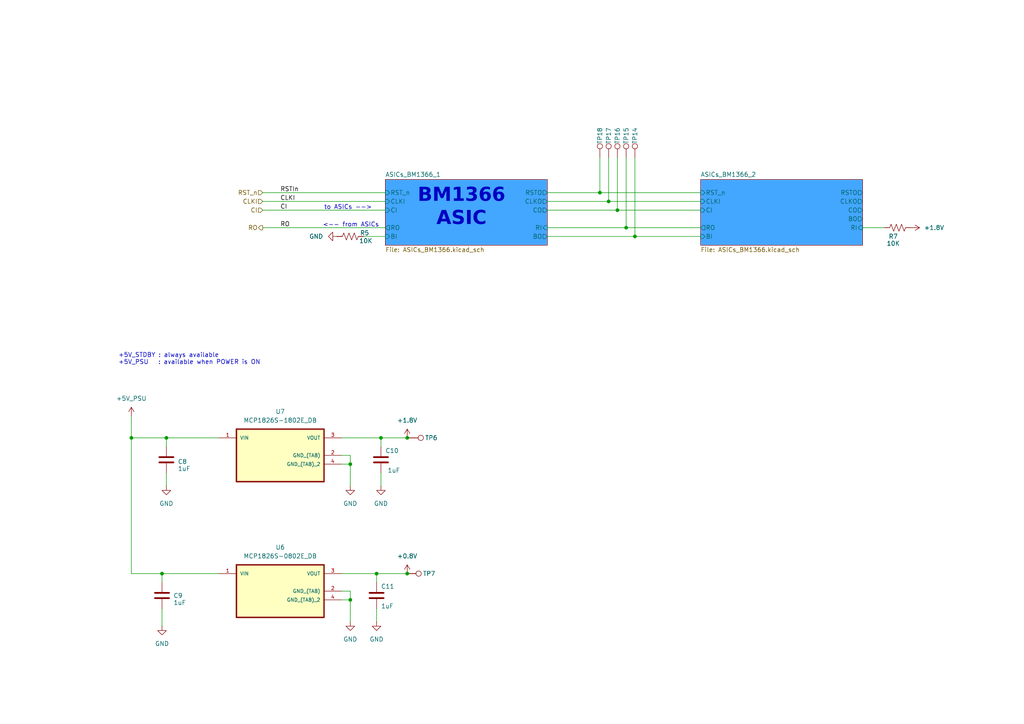
<source format=kicad_sch>
(kicad_sch (version 20231120) (generator "eeschema") (generator_version "8.0")
  (paper "A4")
  (lib_symbols
    (symbol "Connector:TestPoint" (pin_numbers hide) (pin_names (offset 0.762) hide)
      (property "Reference" "TP" (at 0 6.858 0))
      (property "Value" "TestPoint" (at 0 5.08 0))
      (symbol "TestPoint_0_1"
        (circle (center 0 3.302) (radius 0.762))
      )
      (symbol "TestPoint_1_1"
        (pin passive line (at 0 0 90) (length 2.54) (name "1") (number "1"))
      )
    )
    (symbol "Device:C" (pin_numbers hide) (pin_names (offset 0.254))
      (property "Reference" "C" (at 0.635 2.54 0))
      (property "Value" "C" (at 0.635 -2.54 0))
      (symbol "C_0_1"
        (polyline (pts (xy -2.032 -0.762) (xy 2.032 -0.762)) (stroke (width 0.508)))
        (polyline (pts (xy -2.032 0.762) (xy 2.032 0.762)) (stroke (width 0.508)))
      )
      (symbol "C_1_1"
        (pin passive line (at 0 3.81 270) (length 2.794) (name "~") (number "1"))
        (pin passive line (at 0 -3.81 90) (length 2.794) (name "~") (number "2"))
      )
    )
    (symbol "Device:R_US" (pin_numbers hide) (pin_names (offset 0))
      (property "Reference" "R" (at 2.54 0 90))
      (property "Value" "R_US" (at -2.54 0 90))
      (symbol "R_US_0_1"
        (polyline (pts (xy 0 -2.286) (xy 0 -2.54)))
        (polyline (pts (xy 0 2.286) (xy 0 2.54)))
        (polyline (pts (xy 0 -0.762) (xy 1.016 -1.143) (xy 0 -1.524) (xy -1.016 -1.905) (xy 0 -2.286)))
        (polyline (pts (xy 0 0.762) (xy 1.016 0.381) (xy 0 0) (xy -1.016 -0.381) (xy 0 -0.762)))
        (polyline (pts (xy 0 2.286) (xy 1.016 1.905) (xy 0 1.524) (xy -1.016 1.143) (xy 0 0.762)))
      )
      (symbol "R_US_1_1"
        (pin passive line (at 0 3.81 270) (length 1.27) (name "~") (number "1"))
        (pin passive line (at 0 -3.81 90) (length 1.27) (name "~") (number "2"))
      )
    )
    (symbol "EKO_Miner_ASIClib:MCP1826S-0802E_DB" (pin_names (offset 1.016))
      (property "Reference" "U" (at -12.7 10.668 0))
      (property "Value" "MCP1826S-0802E_DB" (at -12.7 8.636 0))
      (property "P/N MOUSER" "579-MCP1826S-0802EDB" (at 0 0 0))
      (symbol "MCP1826S-0802E_DB_0_0"
        (rectangle (start -12.7 -7.62) (end 12.7 7.62) (stroke (width 0.41)) (fill (type background)))
        (pin input line (at -17.78 5.08 0) (length 5.08) (name "VIN") (number "1"))
        (pin power_in line (at 17.78 0 180) (length 5.08) (name "GND_(TAB)") (number "2"))
        (pin output line (at 17.78 5.08 180) (length 5.08) (name "VOUT") (number "3"))
        (pin power_in line (at 17.78 -2.54 180) (length 5.08) (name "GND_(TAB)_2") (number "4"))
      )
    )
    (symbol "EKO_Miner_ASIClib:MCP1826S-1802E_DB" (pin_names (offset 1.016))
      (property "Reference" "U" (at -12.7 10.668 0))
      (property "Value" "MCP1826S-1802E_DB" (at -12.7 8.636 0))
      (property "P/N MOUSER" "579-MCP1826S-1802EDB" (at 0 0 0))
      (symbol "MCP1826S-1802E_DB_0_0"
        (rectangle (start -12.7 -7.62) (end 12.7 7.62) (stroke (width 0.41)) (fill (type background)))
        (pin input line (at -17.78 5.08 0) (length 5.08) (name "VIN") (number "1"))
        (pin power_in line (at 17.78 0 180) (length 5.08) (name "GND_(TAB)") (number "2"))
        (pin output line (at 17.78 5.08 180) (length 5.08) (name "VOUT") (number "3"))
        (pin power_in line (at 17.78 -2.54 180) (length 5.08) (name "GND_(TAB)_2") (number "4"))
      )
    )
    (symbol "power:+3.3V" (power) (pin_names (offset 0))
      (property "Value" "+3.3V" (at 0 3.556 0))
      (symbol "+3.3V_0_1"
        (polyline (pts (xy -0.762 1.27) (xy 0 2.54)))
        (polyline (pts (xy 0 0) (xy 0 2.54)))
        (polyline (pts (xy 0 2.54) (xy 0.762 1.27)))
      )
      (symbol "+3.3V_1_1"
        (pin power_in line (at 0 0 90) (length 0) hide (name "+3.3V") (number "1"))
      )
    )
    (symbol "power:GND" (power) (pin_numbers hide) (pin_names (offset 0) hide)
      (property "Value" "GND" (at 0 -3.81 0))
      (symbol "GND_0_1"
        (polyline (pts (xy 0 0) (xy 0 -1.27) (xy 1.27 -1.27) (xy 0 -2.54) (xy -1.27 -1.27) (xy 0 -1.27)))
      )
      (symbol "GND_1_1"
        (pin power_in line (at 0 0 270) (length 0) (name "~") (number "1"))
      )
    )
    (symbol "power:VDD" (power) (pin_numbers hide) (pin_names (offset 0) hide)
      (property "Value" "VDD" (at 0 3.556 0))
      (symbol "VDD_0_1"
        (polyline (pts (xy -0.762 1.27) (xy 0 2.54)))
        (polyline (pts (xy 0 0) (xy 0 2.54)))
        (polyline (pts (xy 0 2.54) (xy 0.762 1.27)))
      )
      (symbol "VDD_1_1"
        (pin power_in line (at 0 0 90) (length 0) (name "~") (number "1"))
      )
    )
  )
  (junction (at 118.11 166.37))
  (junction (at 179.07 60.96))
  (junction (at 101.6 134.62))
  (junction (at 173.99 55.88))
  (junction (at 109.22 166.37))
  (junction (at 118.11 127))
  (junction (at 176.53 58.42))
  (junction (at 184.15 68.58))
  (junction (at 48.26 127))
  (junction (at 110.49 127) (diameter 0.9144))
  (junction (at 38.1 127))
  (junction (at 181.61 66.04))
  (junction (at 46.99 166.37))
  (junction (at 101.6 173.99))
  (wire (pts (xy 99.06 171.45) (xy 101.6 171.45)))
  (wire (pts (xy 109.22 166.37) (xy 109.22 168.91)))
  (wire (pts (xy 48.26 137.16) (xy 48.26 140.97)))
  (wire (pts (xy 179.07 45.72) (xy 179.07 60.96)))
  (wire (pts (xy 176.53 58.42) (xy 203.2 58.42)))
  (wire (pts (xy 76.2 66.04) (xy 111.76 66.04)))
  (wire (pts (xy 158.75 68.58) (xy 184.15 68.58)))
  (wire (pts (xy 110.49 127) (xy 118.11 127)))
  (wire (pts (xy 109.22 180.34) (xy 109.22 176.53)))
  (wire (pts (xy 48.26 127) (xy 48.26 129.54)))
  (wire (pts (xy 101.6 134.62) (xy 101.6 140.97)))
  (wire (pts (xy 176.53 45.72) (xy 176.53 58.42)))
  (wire (pts (xy 101.6 180.34) (xy 101.6 173.99)))
  (wire (pts (xy 158.75 60.96) (xy 179.07 60.96)))
  (wire (pts (xy 99.06 166.37) (xy 109.22 166.37)))
  (wire (pts (xy 99.06 173.99) (xy 101.6 173.99)))
  (wire (pts (xy 48.26 127) (xy 63.5 127)))
  (wire (pts (xy 46.99 166.37) (xy 63.5 166.37)))
  (wire (pts (xy 184.15 68.58) (xy 203.2 68.58)))
  (wire (pts (xy 101.6 132.08) (xy 99.06 132.08)))
  (wire (pts (xy 173.99 45.72) (xy 173.99 55.88)))
  (wire (pts (xy 158.75 55.88) (xy 173.99 55.88)))
  (wire (pts (xy 76.2 60.96) (xy 111.76 60.96)))
  (wire (pts (xy 184.15 45.72) (xy 184.15 68.58)))
  (wire (pts (xy 118.11 127) (xy 118.745 127)))
  (wire (pts (xy 173.99 55.88) (xy 203.2 55.88)))
  (wire (pts (xy 179.07 60.96) (xy 203.2 60.96)))
  (wire (pts (xy 109.22 166.37) (xy 118.11 166.37)))
  (wire (pts (xy 99.06 127) (xy 110.49 127)))
  (wire (pts (xy 38.1 120.65) (xy 38.1 127)))
  (wire (pts (xy 181.61 45.72) (xy 181.61 66.04)))
  (wire (pts (xy 101.6 173.99) (xy 101.6 171.45)))
  (wire (pts (xy 38.1 127) (xy 48.26 127)))
  (wire (pts (xy 76.2 55.88) (xy 111.76 55.88)))
  (wire (pts (xy 110.49 127) (xy 110.49 129.54)))
  (wire (pts (xy 38.1 127) (xy 38.1 166.37)))
  (wire (pts (xy 158.75 58.42) (xy 176.53 58.42)))
  (wire (pts (xy 76.2 58.42) (xy 111.76 58.42)))
  (wire (pts (xy 99.06 134.62) (xy 101.6 134.62)))
  (wire (pts (xy 38.1 166.37) (xy 46.99 166.37)))
  (wire (pts (xy 250.19 66.04) (xy 256.54 66.04)))
  (wire (pts (xy 181.61 66.04) (xy 203.2 66.04)))
  (wire (pts (xy 105.41 68.58) (xy 111.76 68.58)))
  (wire (pts (xy 46.99 166.37) (xy 46.99 168.91)))
  (wire (pts (xy 46.99 181.61) (xy 46.99 176.53)))
  (wire (pts (xy 158.75 66.04) (xy 181.61 66.04)))
  (wire (pts (xy 101.6 132.08) (xy 101.6 134.62)))
  (wire (pts (xy 110.49 137.16) (xy 110.49 140.97)))
  (text "to ASICs -->" (at 93.98 60.198 0) (effects (font (size 1.27 1.27)) (justify left)))
  (text "<-- from ASICs" (at 109.982 65.278 0) (effects (font (size 1.27 1.27)) (justify right)))
  (text "BM1366\nASIC" (at 133.858 61.214 0) (effects (font (size 4 4) (thickness 0.8) (bold yes))))
  (text "+5V_STDBY : always available\n+5V_PSU   : available when POWER is ON" (at 34.29 104.14 0) (effects (font (size 1.27 1.27)) (justify left)))
  (label "CI" (at 81.28 60.96 0))
  (label "RO" (at 81.28 66.04 0))
  (label "RSTIn" (at 81.28 55.88 0))
  (label "CLKI" (at 81.28 58.42 0))
  (hierarchical_label "CLKI" (shape input) (at 76.2 58.42 180))
  (hierarchical_label "RO" (shape output) (at 76.2 66.04 180))
  (hierarchical_label "CI" (shape input) (at 76.2 60.96 180))
  (hierarchical_label "RST_n" (shape input) (at 76.2 55.88 180))
  (symbol (lib_id "power:GND") (at 48.26 140.97 0) (unit 1)
    (property "Reference" "#PWR088" (effects (hide yes)))
    (property "Value" "GND" (at 48.26 146.05 0))
    (property "Description" "Power symbol creates a global label with name \"GND\" , ground" (effects (hide yes)))
  )
  (symbol (lib_id "Device:R_US") (at 260.35 66.04 270) (unit 1)
    (property "Reference" "R7" (at 259.08 68.58 90))
    (property "Value" "10K" (at 259.08 70.612 90))
    (property "Footprint" "Resistor_SMD:R_0402_1005Metric" (effects (hide yes)))
  )
  (symbol (lib_id "power:GND") (at 109.22 180.34 0) (unit 1)
    (property "Reference" "#PWR096" (effects (hide yes)))
    (property "Value" "GND" (at 109.22 185.42 0))
    (property "Description" "Power symbol creates a global label with name \"GND\" , ground" (effects (hide yes)))
  )
  (symbol (lib_id "Device:C") (at 48.26 133.35 0) (unit 1)
    (property "Reference" "C8" (at 51.562 134.62 0) (effects (justify left bottom)))
    (property "Value" "1uF" (at 51.562 136.652 0) (effects (justify left bottom)))
    (property "Footprint" "Capacitor_SMD:C_0402_1005Metric" (effects (hide yes)))
    (property "DK" "587-5514-1-ND" (effects (hide yes)))
    (property "PARTNO" "EMK105BJ105MV-F" (effects (hide yes)))
  )
  (symbol (lib_id "Connector:TestPoint") (at 176.53 45.72 0) (unit 1) (in_bom no)
    (property "Reference" "TP17" (at 176.53 39.37 90))
    (property "Value" "TestPoint" (effects (hide yes)))
    (property "Footprint" "TestPoint:TestPoint_Pad_D1.0mm" (effects (hide yes)))
  )
  (symbol (lib_id "power:GND") (at 97.79 68.58 270) (unit 1)
    (property "Reference" "#PWR0108" (effects (hide yes)))
    (property "Value" "GND" (at 91.694 68.58 90))
    (property "Description" "Power symbol creates a global label with name \"GND\" , ground" (effects (hide yes)))
  )
  (symbol (lib_id "power:GND") (at 46.99 181.61 0) (unit 1)
    (property "Reference" "#PWR092" (effects (hide yes)))
    (property "Value" "GND" (at 46.99 186.69 0))
    (property "Description" "Power symbol creates a global label with name \"GND\" , ground" (effects (hide yes)))
  )
  (symbol (lib_id "Device:C") (at 109.22 172.72 0) (unit 1)
    (property "Reference" "C11" (at 110.49 170.815 0) (effects (justify left bottom)))
    (property "Value" "1uF" (at 110.49 176.53 0) (effects (justify left bottom)))
    (property "Footprint" "Capacitor_SMD:C_0402_1005Metric" (effects (hide yes)))
    (property "DK" "587-5514-1-ND" (effects (hide yes)))
    (property "PARTNO" "EMK105BJ105MV-F" (effects (hide yes)))
  )
  (symbol (lib_id "Device:C") (at 46.99 172.72 0) (unit 1)
    (property "Reference" "C9" (at 50.292 173.482 0) (effects (justify left bottom)))
    (property "Value" "1uF" (at 50.292 175.514 0) (effects (justify left bottom)))
    (property "Footprint" "Capacitor_SMD:C_0402_1005Metric" (effects (hide yes)))
    (property "DK" "587-5514-1-ND" (effects (hide yes)))
    (property "PARTNO" "EMK105BJ105MV-F" (effects (hide yes)))
  )
  (symbol (lib_id "power:GND") (at 110.49 140.97 0) (unit 1)
    (property "Reference" "#PWR095" (effects (hide yes)))
    (property "Value" "GND" (at 110.49 146.05 0))
    (property "Description" "Power symbol creates a global label with name \"GND\" , ground" (effects (hide yes)))
  )
  (symbol (lib_id "Connector:TestPoint") (at 184.15 45.72 0) (mirror y) (unit 1) (in_bom no)
    (property "Reference" "TP14" (at 184.15 39.37 90))
    (property "Value" "TestPoint" (effects (hide yes)))
    (property "Footprint" "TestPoint:TestPoint_Pad_D1.0mm" (effects (hide yes)))
  )
  (symbol (lib_id "EKO_Miner_ASIClib:MCP1826S-1802E_DB") (at 81.28 132.08 0) (unit 1)
    (property "Reference" "U7" (at 81.28 119.38 0))
    (property "Value" "MCP1826S-1802E_DB" (at 81.28 121.92 0))
    (property "Footprint" "EKO_Miner_ASIClib:MCP1826S" (effects (hide yes)))
    (property "MF" "Microchip" (effects (hide yes)))
    (property "Description_1" "\nIC,LINEAR REGULATOR;MAX. INPUT,6V;OUTPUT,1.8V;1000MA;ACCURACY,0.5%;SOT223-3 | Microchip Technology Inc. MCP1826S-1802E/DB\n" (effects (hide yes)))
    (property "Package" "SOT-223 Microchip Technology" (effects (hide yes)))
    (property "Price" "None" (effects (hide yes)))
    (property "SnapEDA_Link" "https://www.snapeda.com/parts/MCP1826S-1802E/DB/Microchip/view-part/?ref=snap" (effects (hide yes)))
    (property "MP" "MCP1826S-1802E/DB" (effects (hide yes)))
    (property "Purchase-URL" "https://www.snapeda.com/api/url_track_click_mouser/?unipart_id=142747&manufacturer=Microchip&part_name=MCP1826S-1802E/DB&search_term=mcp1826s" (effects (hide yes)))
    (property "Availability" "In Stock" (effects (hide yes)))
    (property "Check_prices" "https://www.snapeda.com/parts/MCP1826S-1802E/DB/Microchip/view-part/?ref=eda" (effects (hide yes)))
    (property "P/N MOUSER" "579-MCP1826S-1802EDB" (effects (hide yes)))
  )
  (symbol (lib_id "Connector:TestPoint") (at 173.99 45.72 0) (unit 1) (in_bom no)
    (property "Reference" "TP18" (at 173.99 39.37 90))
    (property "Value" "TestPoint" (effects (hide yes)))
    (property "Footprint" "TestPoint:TestPoint_Pad_D1.0mm" (effects (hide yes)))
  )
  (symbol (lib_id "power:GND") (at 101.6 140.97 0) (unit 1)
    (property "Reference" "#PWR093" (effects (hide yes)))
    (property "Value" "GND" (at 101.6 146.05 0))
    (property "Description" "Power symbol creates a global label with name \"GND\" , ground" (effects (hide yes)))
  )
  (symbol (lib_id "Connector:TestPoint") (at 118.745 127 270) (mirror x) (unit 1) (in_bom no)
    (property "Reference" "TP6" (at 125.095 127 90))
    (property "Value" "TestPoint" (effects (hide yes)))
    (property "Footprint" "TestPoint:TestPoint_Pad_D1.0mm" (effects (hide yes)))
  )
  (symbol (lib_id "Connector:TestPoint") (at 118.11 166.37 270) (mirror x) (unit 1) (in_bom no)
    (property "Reference" "TP7" (at 124.46 166.37 90))
    (property "Value" "TestPoint" (effects (hide yes)))
    (property "Footprint" "TestPoint:TestPoint_Pad_D1.0mm" (effects (hide yes)))
  )
  (symbol (lib_id "Device:C") (at 110.49 133.35 0) (unit 1)
    (property "Reference" "C10" (at 111.76 131.445 0) (effects (justify left bottom)))
    (property "Value" "1uF" (at 112.395 137.16 0) (effects (justify left bottom)))
    (property "Footprint" "Capacitor_SMD:C_0402_1005Metric" (effects (hide yes)))
    (property "DK" "587-5514-1-ND" (effects (hide yes)))
    (property "PARTNO" "EMK105BJ105MV-F" (effects (hide yes)))
  )
  (symbol (lib_id "Connector:TestPoint") (at 179.07 45.72 0) (mirror y) (unit 1) (in_bom no)
    (property "Reference" "TP16" (at 179.07 39.37 90))
    (property "Value" "TestPoint" (effects (hide yes)))
    (property "Footprint" "TestPoint:TestPoint_Pad_D1.0mm" (effects (hide yes)))
  )
  (symbol (lib_id "Connector:TestPoint") (at 181.61 45.72 0) (unit 1) (in_bom no)
    (property "Reference" "TP15" (at 181.61 39.37 90))
    (property "Value" "TestPoint" (effects (hide yes)))
    (property "Footprint" "TestPoint:TestPoint_Pad_D1.0mm" (effects (hide yes)))
  )
  (symbol (lib_id "power:+3.3V") (at 38.1 120.65 0) (unit 1)
    (property "Reference" "#PWR077" (effects (hide yes)))
    (property "Value" "+5V_PSU" (at 38.1 115.57 0))
  )
  (symbol (lib_id "EKO_Miner_ASIClib:MCP1826S-0802E_DB") (at 81.28 171.45 0) (unit 1)
    (property "Reference" "U6" (at 81.28 158.75 0))
    (property "Value" "MCP1826S-0802E_DB" (at 81.28 161.29 0))
    (property "Footprint" "EKO_Miner_ASIClib:MCP1826S" (effects (hide yes)))
    (property "MF" "Microchip" (effects (hide yes)))
    (property "Description_1" "\nIC,LINEAR REGULATOR;MAX. INPUT,6V;OUTPUT,1.8V;1000MA;ACCURACY,0.5%;SOT223-3 | Microchip Technology Inc. MCP1826S-1802E/DB\n" (effects (hide yes)))
    (property "Package" "SOT-223 Microchip Technology" (effects (hide yes)))
    (property "Price" "None" (effects (hide yes)))
    (property "SnapEDA_Link" "https://www.snapeda.com/parts/MCP1826S-1802E/DB/Microchip/view-part/?ref=snap" (effects (hide yes)))
    (property "MP" "MCP1826S-1802E/DB" (effects (hide yes)))
    (property "Purchase-URL" "https://www.snapeda.com/api/url_track_click_mouser/?unipart_id=142747&manufacturer=Microchip&part_name=MCP1826S-1802E/DB&search_term=mcp1826s" (effects (hide yes)))
    (property "Availability" "In Stock" (effects (hide yes)))
    (property "Check_prices" "https://www.snapeda.com/parts/MCP1826S-1802E/DB/Microchip/view-part/?ref=eda" (effects (hide yes)))
    (property "P/N MOUSER" "579-MCP1826S-0802EDB" (effects (hide yes)))
  )
  (symbol (lib_id "power:VDD") (at 118.11 166.37 0) (unit 1)
    (property "Reference" "#PWR098" (effects (hide yes)))
    (property "Value" "+0.8V" (at 118.11 161.29 0))
    (property "Description" "Power symbol creates a global label with name \"VDD\"" (effects (hide yes)))
  )
  (symbol (lib_id "power:VDD") (at 118.11 127 0) (unit 1)
    (property "Reference" "#PWR097" (effects (hide yes)))
    (property "Value" "+1.8V" (at 118.11 121.92 0))
    (property "Description" "Power symbol creates a global label with name \"VDD\"" (effects (hide yes)))
  )
  (symbol (lib_id "power:VDD") (at 264.16 66.04 270) (unit 1)
    (property "Reference" "#PWR0109" (effects (hide yes)))
    (property "Value" "+1.8V" (at 267.97 66.0399 90) (effects (justify left)))
    (property "Description" "Power symbol creates a global label with name \"VDD\"" (effects (hide yes)))
  )
  (symbol (lib_id "power:GND") (at 101.6 180.34 0) (unit 1)
    (property "Reference" "#PWR094" (effects (hide yes)))
    (property "Value" "GND" (at 101.6 185.42 0))
    (property "Description" "Power symbol creates a global label with name \"GND\" , ground" (effects (hide yes)))
  )
  (symbol (lib_id "Device:R_US") (at 101.6 68.58 90) (unit 1)
    (property "Reference" "R5" (at 104.394 67.564 90) (effects (justify right)))
    (property "Value" "10K" (at 104.14 69.85 90) (effects (justify right)))
    (property "Footprint" "Resistor_SMD:R_0402_1005Metric" (effects (hide yes)))
  )
  (sheet (at 111.76 52.07) (size 46.99 19.05) (stroke (width 0.1524)) (fill (color 67 166 255 1.0000))
    (property "Sheetname" "ASICs_BM1366_1" (at 111.76 51.3584 0) (effects (justify left bottom)))
    (property "Sheetfile" "ASICs_BM1366.kicad_sch" (at 111.76 71.7046 0) (effects (justify left top)))
    (pin "RST_n" input (at 111.76 55.88 180))
    (pin "BI" input (at 111.76 68.58 180))
    (pin "CLKI" input (at 111.76 58.42 180))
    (pin "RO" output (at 111.76 66.04 180))
    (pin "CI" input (at 111.76 60.96 180))
    (pin "RI" input (at 158.75 66.04 0))
    (pin "BO" output (at 158.75 68.58 0))
    (pin "CLKO" output (at 158.75 58.42 0))
    (pin "RSTO" output (at 158.75 55.88 0))
    (pin "CO" output (at 158.75 60.96 0))
  )
  (sheet (at 203.2 52.07) (size 46.99 19.05) (stroke (width 0.1524)) (fill (color 67 166 255 1.0000))
    (property "Sheetname" "ASICs_BM1366_2" (at 203.2 51.3584 0) (effects (justify left bottom)))
    (property "Sheetfile" "ASICs_BM1366.kicad_sch" (at 203.2 71.7046 0) (effects (justify left top)))
    (pin "RST_n" input (at 203.2 55.88 180))
    (pin "BI" input (at 203.2 68.58 180))
    (pin "CLKI" input (at 203.2 58.42 180))
    (pin "RO" output (at 203.2 66.04 180))
    (pin "CI" input (at 203.2 60.96 180))
    (pin "RI" input (at 250.19 66.04 0))
    (pin "BO" output (at 250.19 63.5 0))
    (pin "CLKO" output (at 250.19 58.42 0))
    (pin "RSTO" output (at 250.19 55.88 0))
    (pin "CO" output (at 250.19 60.96 0))
  )
)
</source>
